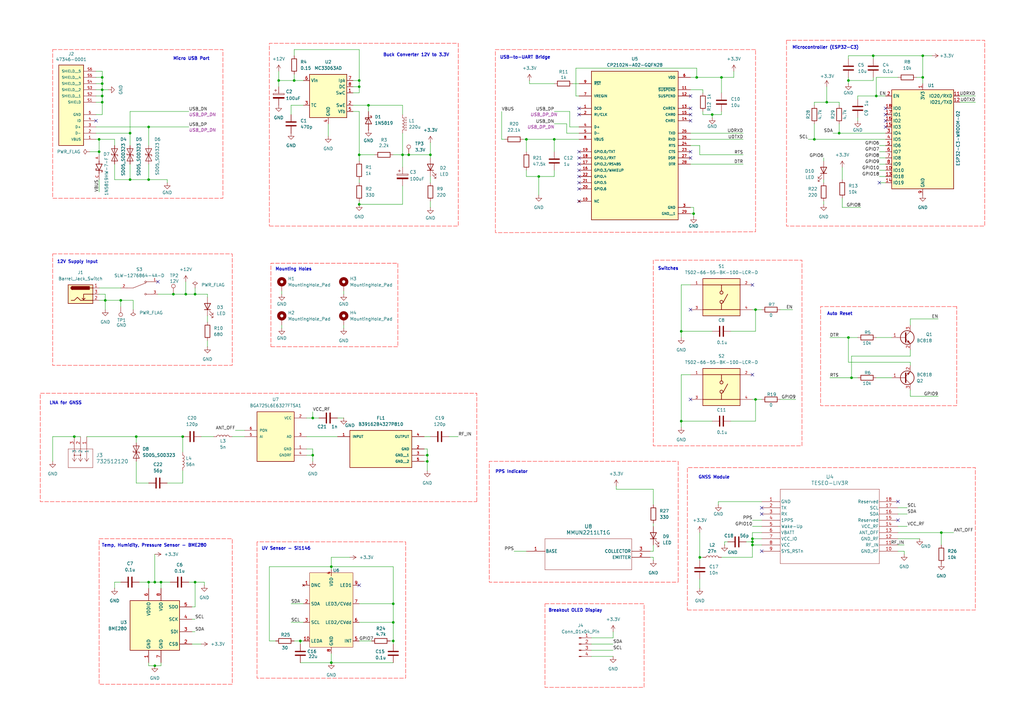
<source format=kicad_sch>
(kicad_sch (version 20250114) (generator "eeschema") (generator_version "9.0")
  (paper "A3")
  (title_block (title "EE 3330 - Weather Station Project") (date "2025-09-25") (rev "1.0") (company "Iowa State University") (comment 1 "Laith Al Sairafi, Luke Post"))
  (rectangle (start 223.52 247.65) (end 264.16 281.94) (stroke (width 0) (type dash) (color 255 4 2 1)))
  (text "Auto Reset" (at 344.424 128.778 0) (effects (font (size 1.27 1.27) (thickness 0.254) (bold yes))))
  (text "12V Supply Input" (at 31.75 107.442 0) (effects (font (size 1.27 1.27) (thickness 0.254) (bold yes))))
  (text "Switches" (at 274.066 110.236 0) (effects (font (size 1.27 1.27) (thickness 0.254) (bold yes))))
  (text "USB-to-UART Bridge" (at 215.392 23.622 0) (effects (font (size 1.27 1.27) (thickness 0.254) (bold yes))))
  (text "UV Sensor - Si1146" (at 117.348 225.044 0) (effects (font (size 1.27 1.27) (thickness 0.254) (bold yes))))
  (text "LNA for GNSS" (at 26.924 165.354 0) (effects (font (size 1.27 1.27) (thickness 0.254) (bold yes))))
  (text "GNSS Module" (at 292.862 195.834 0) (effects (font (size 1.27 1.27) (thickness 0.254) (bold yes))))
  (text "Temp, Humidity, Pressure Sensor - BME280\n" (at 63.246 223.774 0) (effects (font (size 1.27 1.27) (thickness 0.254) (bold yes))))
  (text "PPS Indicator" (at 209.804 193.548 0) (effects (font (size 1.27 1.27) (thickness 0.254) (bold yes))))
  (text "Breakout OLED Display" (at 235.966 250.444 0) (effects (font (size 1.27 1.27) (thickness 0.254) (bold yes))))
  (text "Microcontroller (ESP32-C3)" (at 338.582 19.558 0) (effects (font (size 1.27 1.27) (thickness 0.254) (bold yes))))
  (text "Buck Converter 12V to 3.3V \n" (at 171.196 22.606 0) (effects (font (size 1.27 1.27) (thickness 0.254) (bold yes))))
  (text "Micro USB Port\n\n" (at 78.486 25.146 0) (effects (font (size 1.27 1.27) (thickness 0.254) (bold yes))))
  (text "Mounting Holes" (at 120.396 110.49 0) (effects (font (size 1.27 1.27) (thickness 0.254) (bold yes))))
  (junction (at 308.61 222.25))
  (junction (at 285.75 31.75))
  (junction (at 63.5 238.76))
  (junction (at 220.98 72.39))
  (junction (at 359.41 39.37))
  (junction (at 161.29 262.89))
  (junction (at 339.09 41.91))
  (junction (at 176.53 63.5))
  (junction (at 53.34 54.61))
  (junction (at 378.46 22.86))
  (junction (at 30.48 179.07))
  (junction (at 349.25 154.94))
  (junction (at 74.93 179.07))
  (junction (at 161.29 247.65))
  (junction (at 358.14 22.86))
  (junction (at 279.4 172.72))
  (junction (at 347.98 138.43))
  (junction (at 55.88 179.07))
  (junction (at 227.33 57.15))
  (junction (at 114.3 33.02))
  (junction (at 41.91 34.29))
  (junction (at 287.02 228.6))
  (junction (at 53.34 73.66))
  (junction (at 41.91 41.91))
  (junction (at 165.1 63.5))
  (junction (at 128.27 186.69))
  (junction (at 175.26 189.23))
  (junction (at 309.88 127))
  (junction (at 309.88 163.83))
  (junction (at 49.53 123.19))
  (junction (at 41.91 39.37))
  (junction (at 41.91 36.83))
  (junction (at 80.01 238.76))
  (junction (at 76.2 120.65))
  (junction (at 41.91 31.75))
  (junction (at 308.61 220.98))
  (junction (at 344.17 54.61))
  (junction (at 66.04 238.76))
  (junction (at 135.89 232.41))
  (junction (at 378.46 31.75))
  (junction (at 175.26 186.69))
  (junction (at 43.18 123.19))
  (junction (at 123.19 262.89))
  (junction (at 60.96 238.76))
  (junction (at 215.9 57.15))
  (junction (at 71.12 120.65))
  (junction (at 147.32 83.82))
  (junction (at 151.13 43.18))
  (junction (at 334.01 57.15))
  (junction (at 279.4 135.89))
  (junction (at 292.1 46.99))
  (junction (at 40.64 57.15))
  (junction (at 284.48 87.63))
  (junction (at 147.32 35.56))
  (junction (at 80.01 120.65))
  (junction (at 147.32 33.02))
  (junction (at 161.29 255.27))
  (junction (at 60.96 73.66))
  (junction (at 128.27 171.45))
  (junction (at 120.65 33.02))
  (junction (at 386.08 218.44))
  (junction (at 167.64 63.5))
  (junction (at 135.89 271.78))
  (junction (at 295.91 31.75))
  (junction (at 40.64 62.23))
  (junction (at 347.98 33.02))
  (junction (at 60.96 52.07))
  (junction (at 147.32 63.5))
  (junction (at 308.61 223.52))
  (junction (at 63.5 273.05))
  (no_connect (at 237.49 44.45))
  (no_connect (at 283.21 49.53))
  (no_connect (at 237.49 69.85))
  (no_connect (at 147.32 240.03))
  (no_connect (at 363.22 49.53))
  (no_connect (at 308.61 116.84))
  (no_connect (at 237.49 74.93))
  (no_connect (at 237.49 62.23))
  (no_connect (at 312.42 210.82))
  (no_connect (at 283.21 46.99))
  (no_connect (at 283.21 127))
  (no_connect (at 64.77 115.57))
  (no_connect (at 368.3 213.36))
  (no_connect (at 237.49 64.77))
  (no_connect (at 368.3 205.74))
  (no_connect (at 312.42 226.06))
  (no_connect (at 237.49 67.31))
  (no_connect (at 237.49 72.39))
  (no_connect (at 237.49 77.47))
  (no_connect (at 237.49 82.55))
  (no_connect (at 283.21 39.37))
  (no_connect (at 312.42 208.28))
  (no_connect (at 360.68 74.93))
  (no_connect (at 237.49 46.99))
  (no_connect (at 283.21 163.83))
  (no_connect (at 283.21 44.45))
  (no_connect (at 39.37 49.53))
  (no_connect (at 363.22 52.07))
  (no_connect (at 308.61 153.67))
  (no_connect (at 363.22 46.99))
  (no_connect (at 363.22 44.45))
  (no_connect (at 283.21 62.23))
  (no_connect (at 283.21 64.77))
  (wire (pts (xy 135.89 267.97) (xy 135.89 271.78)))
  (wire (pts (xy 110.49 232.41) (xy 135.89 232.41)))
  (wire (pts (xy 60.96 238.76) (xy 63.5 238.76)))
  (wire (pts (xy 119.38 247.65) (xy 124.46 247.65)))
  (wire (pts (xy 360.68 74.93) (xy 363.22 74.93)))
  (wire (pts (xy 43.18 123.19) (xy 49.53 123.19)))
  (wire (pts (xy 53.34 45.72) (xy 53.34 54.61)))
  (wire (pts (xy 39.37 52.07) (xy 60.96 52.07)))
  (wire (pts (xy 344.17 54.61) (xy 363.22 54.61)))
  (wire (pts (xy 295.91 228.6) (xy 308.61 228.6)))
  (wire (pts (xy 53.34 73.66) (xy 60.96 73.66)))
  (wire (pts (xy 227.33 45.72) (xy 233.68 45.72)))
  (wire (pts (xy 95.25 179.07) (xy 100.33 179.07)))
  (wire (pts (xy 373.38 148.59) (xy 373.38 149.86)))
  (wire (pts (xy 30.48 179.07) (xy 33.02 179.07)))
  (wire (pts (xy 41.91 39.37) (xy 41.91 41.91)))
  (wire (pts (xy 368.3 218.44) (xy 386.08 218.44)))
  (wire (pts (xy 40.64 62.23) (xy 40.64 63.5)))
  (wire (pts (xy 308.61 220.98) (xy 308.61 222.25)))
  (wire (pts (xy 78.74 264.16) (xy 82.55 264.16)))
  (wire (pts (xy 135.89 232.41) (xy 161.29 232.41)))
  (wire (pts (xy 287.02 228.6) (xy 288.29 228.6)))
  (wire (pts (xy 351.79 39.37) (xy 351.79 40.64)))
  (wire (pts (xy 161.29 255.27) (xy 161.29 247.65)))
  (wire (pts (xy 46.99 57.15) (xy 46.99 59.69)))
  (wire (pts (xy 175.26 189.23) (xy 175.26 193.04)))
  (wire (pts (xy 80.01 120.65) (xy 85.09 120.65)))
  (wire (pts (xy 39.37 54.61) (xy 53.34 54.61)))
  (wire (pts (xy 119.38 46.99) (xy 119.38 43.18)))
  (wire (pts (xy 267.97 226.06) (xy 267.97 223.52)))
  (wire (pts (xy 43.18 123.19) (xy 43.18 127)))
  (wire (pts (xy 368.3 210.82) (xy 372.11 210.82)))
  (wire (pts (xy 55.88 198.12) (xy 55.88 189.23)))
  (wire (pts (xy 308.61 213.36) (xy 312.42 213.36)))
  (wire (pts (xy 358.14 22.86) (xy 378.46 22.86)))
  (wire (pts (xy 175.26 186.69) (xy 175.26 189.23)))
  (wire (pts (xy 167.64 63.5) (xy 176.53 63.5)))
  (wire (pts (xy 120.65 262.89) (xy 123.19 262.89)))
  (wire (pts (xy 279.4 135.89) (xy 279.4 138.43)))
  (wire (pts (xy 360.68 72.39) (xy 363.22 72.39)))
  (wire (pts (xy 165.1 63.5) (xy 167.64 63.5)))
  (wire (pts (xy 176.53 82.55) (xy 176.53 85.09)))
  (wire (pts (xy 347.98 22.86) (xy 347.98 24.13)))
  (wire (pts (xy 125.73 186.69) (xy 128.27 186.69)))
  (wire (pts (xy 345.44 85.09) (xy 345.44 81.28)))
  (wire (pts (xy 128.27 171.45) (xy 130.81 171.45)))
  (wire (pts (xy 360.68 62.23) (xy 363.22 62.23)))
  (wire (pts (xy 359.41 138.43) (xy 365.76 138.43)))
  (wire (pts (xy 217.17 34.29) (xy 227.33 34.29)))
  (wire (pts (xy 140.97 120.65) (xy 140.97 119.38)))
  (wire (pts (xy 308.61 163.83) (xy 309.88 163.83)))
  (wire (pts (xy 299.72 135.89) (xy 309.88 135.89)))
  (wire (pts (xy 279.4 172.72) (xy 279.4 175.26)))
  (wire (pts (xy 119.38 255.27) (xy 124.46 255.27)))
  (wire (pts (xy 60.96 238.76) (xy 57.15 238.76)))
  (wire (pts (xy 373.38 160.02) (xy 373.38 162.56)))
  (wire (pts (xy 236.22 39.37) (xy 237.49 39.37)))
  (wire (pts (xy 284.48 85.09) (xy 283.21 85.09)))
  (wire (pts (xy 349.25 146.05) (xy 349.25 154.94)))
  (wire (pts (xy 76.2 115.57) (xy 76.2 120.65)))
  (wire (pts (xy 41.91 36.83) (xy 44.45 36.83)))
  (wire (pts (xy 283.21 36.83) (xy 288.29 36.83)))
  (wire (pts (xy 233.68 45.72) (xy 233.68 52.07)))
  (wire (pts (xy 40.64 73.66) (xy 40.64 78.74)))
  (wire (pts (xy 368.3 220.98) (xy 377.19 220.98)))
  (wire (pts (xy 279.4 172.72) (xy 292.1 172.72)))
  (wire (pts (xy 125.73 179.07) (xy 138.43 179.07)))
  (wire (pts (xy 294.64 207.01) (xy 294.64 205.74)))
  (wire (pts (xy 85.09 139.7) (xy 85.09 142.24)))
  (wire (pts (xy 214.63 57.15) (xy 215.9 57.15)))
  (wire (pts (xy 308.61 223.52) (xy 312.42 223.52)))
  (wire (pts (xy 287.02 228.6) (xy 287.02 229.87)))
  (wire (pts (xy 299.72 172.72) (xy 309.88 172.72)))
  (wire (pts (xy 49.53 123.19) (xy 54.61 123.19)))
  (wire (pts (xy 373.38 130.81) (xy 373.38 133.35)))
  (wire (pts (xy 227.33 57.15) (xy 227.33 62.23)))
  (wire (pts (xy 358.14 22.86) (xy 358.14 24.13)))
  (wire (pts (xy 297.18 222.25) (xy 297.18 223.52)))
  (wire (pts (xy 344.17 50.8) (xy 344.17 54.61)))
  (wire (pts (xy 232.41 54.61) (xy 237.49 54.61)))
  (wire (pts (xy 386.08 218.44) (xy 386.08 223.52)))
  (wire (pts (xy 227.33 72.39) (xy 227.33 69.85)))
  (wire (pts (xy 347.98 34.29) (xy 347.98 33.02)))
  (wire (pts (xy 60.96 67.31) (xy 60.96 73.66)))
  (wire (pts (xy 233.68 52.07) (xy 237.49 52.07)))
  (wire (pts (xy 85.09 120.65) (xy 85.09 121.92)))
  (wire (pts (xy 334.01 50.8) (xy 334.01 57.15)))
  (wire (pts (xy 144.78 33.02) (xy 147.32 33.02)))
  (wire (pts (xy 144.78 43.18) (xy 151.13 43.18)))
  (wire (pts (xy 60.96 52.07) (xy 60.96 59.69)))
  (wire (pts (xy 279.4 116.84) (xy 279.4 135.89)))
  (wire (pts (xy 227.33 50.8) (xy 232.41 50.8)))
  (wire (pts (xy 39.37 46.99) (xy 41.91 46.99)))
  (wire (pts (xy 285.75 31.75) (xy 295.91 31.75)))
  (wire (pts (xy 41.91 31.75) (xy 41.91 29.21)))
  (wire (pts (xy 215.9 57.15) (xy 227.33 57.15)))
  (wire (pts (xy 76.2 120.65) (xy 80.01 120.65)))
  (wire (pts (xy 368.3 208.28) (xy 372.11 208.28)))
  (wire (pts (xy 40.64 123.19) (xy 43.18 123.19)))
  (wire (pts (xy 236.22 27.94) (xy 285.75 27.94)))
  (wire (pts (xy 40.64 118.11) (xy 49.53 118.11)))
  (wire (pts (xy 375.92 31.75) (xy 378.46 31.75)))
  (wire (pts (xy 147.32 247.65) (xy 161.29 247.65)))
  (wire (pts (xy 288.29 46.99) (xy 292.1 46.99)))
  (wire (pts (xy 96.52 176.53) (xy 100.33 176.53)))
  (wire (pts (xy 266.7 228.6) (xy 267.97 228.6)))
  (wire (pts (xy 373.38 148.59) (xy 347.98 148.59)))
  (wire (pts (xy 234.95 34.29) (xy 237.49 34.29)))
  (wire (pts (xy 55.88 179.07) (xy 74.93 179.07)))
  (wire (pts (xy 135.89 271.78) (xy 161.29 271.78)))
  (wire (pts (xy 266.7 226.06) (xy 267.97 226.06)))
  (wire (pts (xy 78.74 259.08) (xy 80.01 259.08)))
  (wire (pts (xy 39.37 36.83) (xy 41.91 36.83)))
  (wire (pts (xy 287.02 237.49) (xy 287.02 241.3)))
  (wire (pts (xy 135.89 228.6) (xy 143.51 228.6)))
  (wire (pts (xy 308.61 127) (xy 309.88 127)))
  (wire (pts (xy 41.91 39.37) (xy 41.91 36.83)))
  (wire (pts (xy 55.88 179.07) (xy 55.88 181.61)))
  (wire (pts (xy 173.99 189.23) (xy 175.26 189.23)))
  (wire (pts (xy 53.34 45.72) (xy 77.47 45.72)))
  (wire (pts (xy 147.32 45.72) (xy 144.78 45.72)))
  (wire (pts (xy 340.36 154.94) (xy 349.25 154.94)))
  (wire (pts (xy 331.47 57.15) (xy 334.01 57.15)))
  (wire (pts (xy 120.65 20.32) (xy 147.32 20.32)))
  (wire (pts (xy 173.99 186.69) (xy 175.26 186.69)))
  (wire (pts (xy 284.48 85.09) (xy 284.48 87.63)))
  (wire (pts (xy 144.78 35.56) (xy 147.32 35.56)))
  (wire (pts (xy 292.1 46.99) (xy 295.91 46.99)))
  (wire (pts (xy 120.65 20.32) (xy 120.65 22.86)))
  (wire (pts (xy 337.82 73.66) (xy 337.82 74.93)))
  (wire (pts (xy 294.64 205.74) (xy 312.42 205.74)))
  (wire (pts (xy 184.15 179.07) (xy 187.96 179.07)))
  (wire (pts (xy 393.7 39.37) (xy 400.05 39.37)))
  (wire (pts (xy 161.29 247.65) (xy 161.29 232.41)))
  (wire (pts (xy 80.01 118.11) (xy 80.01 120.65)))
  (wire (pts (xy 360.68 69.85) (xy 363.22 69.85)))
  (wire (pts (xy 337.82 82.55) (xy 337.82 83.82)))
  (wire (pts (xy 123.19 271.78) (xy 135.89 271.78)))
  (wire (pts (xy 295.91 31.75) (xy 300.99 31.75)))
  (wire (pts (xy 386.08 218.44) (xy 391.16 218.44)))
  (wire (pts (xy 176.53 64.77) (xy 176.53 63.5)))
  (wire (pts (xy 300.99 31.75) (xy 300.99 29.21)))
  (wire (pts (xy 373.38 162.56) (xy 384.81 162.56)))
  (wire (pts (xy 378.46 22.86) (xy 382.27 22.86)))
  (wire (pts (xy 60.96 271.78) (xy 60.96 273.05)))
  (wire (pts (xy 312.42 220.98) (xy 308.61 220.98)))
  (wire (pts (xy 40.64 120.65) (xy 43.18 120.65)))
  (wire (pts (xy 147.32 33.02) (xy 147.32 35.56)))
  (wire (pts (xy 283.21 67.31) (xy 304.8 67.31)))
  (wire (pts (xy 298.45 222.25) (xy 297.18 222.25)))
  (wire (pts (xy 165.1 46.99) (xy 165.1 43.18)))
  (wire (pts (xy 284.48 87.63) (xy 283.21 87.63)))
  (wire (pts (xy 341.63 54.61) (xy 344.17 54.61)))
  (wire (pts (xy 135.89 228.6) (xy 135.89 232.41)))
  (wire (pts (xy 147.32 45.72) (xy 147.32 63.5)))
  (wire (pts (xy 334.01 41.91) (xy 339.09 41.91)))
  (wire (pts (xy 360.68 67.31) (xy 363.22 67.31)))
  (wire (pts (xy 40.64 57.15) (xy 46.99 57.15)))
  (wire (pts (xy 308.61 222.25) (xy 308.61 223.52)))
  (wire (pts (xy 267.97 228.6) (xy 267.97 229.87)))
  (wire (pts (xy 283.21 57.15) (xy 304.8 57.15)))
  (wire (pts (xy 232.41 50.8) (xy 232.41 54.61)))
  (wire (pts (xy 349.25 154.94) (xy 351.79 154.94)))
  (wire (pts (xy 60.96 238.76) (xy 60.96 241.3)))
  (wire (pts (xy 165.1 83.82) (xy 147.32 83.82)))
  (wire (pts (xy 308.61 228.6) (xy 308.61 223.52)))
  (wire (pts (xy 46.99 238.76) (xy 46.99 241.3)))
  (wire (pts (xy 46.99 67.31) (xy 46.99 73.66)))
  (wire (pts (xy 373.38 130.81) (xy 384.81 130.81)))
  (wire (pts (xy 39.37 41.91) (xy 41.91 41.91)))
  (wire (pts (xy 151.13 45.72) (xy 151.13 43.18)))
  (wire (pts (xy 359.41 154.94) (xy 365.76 154.94)))
  (wire (pts (xy 123.19 262.89) (xy 123.19 264.16)))
  (wire (pts (xy 36.83 62.23) (xy 40.64 62.23)))
  (wire (pts (xy 252.73 199.39) (xy 252.73 200.66)))
  (wire (pts (xy 80.01 238.76) (xy 83.82 238.76)))
  (wire (pts (xy 85.09 129.54) (xy 85.09 132.08)))
  (wire (pts (xy 283.21 59.69) (xy 287.02 59.69)))
  (wire (pts (xy 138.43 171.45) (xy 140.97 171.45)))
  (wire (pts (xy 205.74 45.72) (xy 205.74 57.15)))
  (wire (pts (xy 359.41 39.37) (xy 363.22 39.37)))
  (wire (pts (xy 21.59 179.07) (xy 21.59 189.23)))
  (wire (pts (xy 358.14 22.86) (xy 347.98 22.86)))
  (wire (pts (xy 176.53 58.42) (xy 176.53 63.5)))
  (wire (pts (xy 147.32 20.32) (xy 147.32 33.02)))
  (wire (pts (xy 373.38 146.05) (xy 349.25 146.05)))
  (wire (pts (xy 368.3 215.9) (xy 372.11 215.9)))
  (wire (pts (xy 147.32 262.89) (xy 152.4 262.89)))
  (wire (pts (xy 339.09 35.56) (xy 339.09 41.91)))
  (wire (pts (xy 220.98 72.39) (xy 220.98 80.01)))
  (wire (pts (xy 39.37 29.21) (xy 41.91 29.21)))
  (wire (pts (xy 68.58 198.12) (xy 74.93 198.12)))
  (wire (pts (xy 351.79 39.37) (xy 359.41 39.37)))
  (wire (pts (xy 161.29 262.89) (xy 160.02 262.89)))
  (wire (pts (xy 320.04 127) (xy 325.12 127)))
  (wire (pts (xy 279.4 135.89) (xy 292.1 135.89)))
  (wire (pts (xy 78.74 254) (xy 80.01 254)))
  (wire (pts (xy 227.33 57.15) (xy 237.49 57.15)))
  (wire (pts (xy 347.98 148.59) (xy 347.98 138.43)))
  (wire (pts (xy 358.14 33.02) (xy 358.14 31.75)))
  (wire (pts (xy 175.26 184.15) (xy 175.26 186.69)))
  (wire (pts (xy 312.42 218.44) (xy 308.61 218.44)))
  (wire (pts (xy 368.3 223.52) (xy 370.84 223.52)))
  (wire (pts (xy 309.88 135.89) (xy 309.88 127)))
  (wire (pts (xy 46.99 73.66) (xy 53.34 73.66)))
  (wire (pts (xy 279.4 116.84) (xy 283.21 116.84)))
  (wire (pts (xy 54.61 127) (xy 54.61 123.19)))
  (wire (pts (xy 39.37 39.37) (xy 41.91 39.37)))
  (wire (pts (xy 393.7 41.91) (xy 400.05 41.91)))
  (wire (pts (xy 39.37 57.15) (xy 40.64 57.15)))
  (wire (pts (xy 147.32 255.27) (xy 161.29 255.27)))
  (wire (pts (xy 368.3 226.06) (xy 370.84 226.06)))
  (wire (pts (xy 287.02 63.5) (xy 304.8 63.5)))
  (wire (pts (xy 41.91 31.75) (xy 41.91 34.29)))
  (wire (pts (xy 309.88 172.72) (xy 309.88 163.83)))
  (wire (pts (xy 114.3 29.21) (xy 114.3 33.02)))
  (wire (pts (xy 370.84 226.06) (xy 370.84 227.33)))
  (wire (pts (xy 115.57 133.35) (xy 115.57 134.62)))
  (wire (pts (xy 128.27 168.91) (xy 128.27 171.45)))
  (wire (pts (xy 339.09 41.91) (xy 344.17 41.91)))
  (wire (pts (xy 378.46 34.29) (xy 378.46 31.75)))
  (wire (pts (xy 60.96 198.12) (xy 55.88 198.12)))
  (wire (pts (xy 165.1 54.61) (xy 165.1 63.5)))
  (wire (pts (xy 110.49 262.89) (xy 110.49 232.41)))
  (wire (pts (xy 119.38 43.18) (xy 124.46 43.18)))
  (wire (pts (xy 295.91 46.99) (xy 295.91 45.72)))
  (wire (pts (xy 312.42 127) (xy 309.88 127)))
  (wire (pts (xy 134.62 50.8) (xy 134.62 55.88)))
  (wire (pts (xy 53.34 54.61) (xy 53.34 59.69)))
  (wire (pts (xy 308.61 215.9) (xy 312.42 215.9)))
  (wire (pts (xy 147.32 63.5) (xy 153.67 63.5)))
  (wire (pts (xy 279.4 153.67) (xy 279.4 172.72)))
  (wire (pts (xy 360.68 59.69) (xy 363.22 59.69)))
  (wire (pts (xy 43.18 120.65) (xy 43.18 123.19)))
  (wire (pts (xy 60.96 52.07) (xy 77.47 52.07)))
  (wire (pts (xy 114.3 33.02) (xy 114.3 35.56)))
  (wire (pts (xy 63.5 273.05) (xy 60.96 273.05)))
  (wire (pts (xy 215.9 57.15) (xy 215.9 62.23)))
  (wire (pts (xy 66.04 238.76) (xy 66.04 241.3)))
  (wire (pts (xy 359.41 31.75) (xy 359.41 39.37)))
  (wire (pts (xy 124.46 33.02) (xy 120.65 33.02)))
  (wire (pts (xy 320.04 163.83) (xy 326.39 163.83)))
  (wire (pts (xy 125.73 184.15) (xy 128.27 184.15)))
  (wire (pts (xy 242.57 266.7) (xy 251.46 266.7)))
  (wire (pts (xy 74.93 198.12) (xy 74.93 193.04)))
  (wire (pts (xy 353.06 85.09) (xy 345.44 85.09)))
  (wire (pts (xy 242.57 264.16) (xy 251.46 264.16)))
  (wire (pts (xy 215.9 72.39) (xy 220.98 72.39)))
  (wire (pts (xy 347.98 33.02) (xy 347.98 31.75)))
  (wire (pts (xy 49.53 238.76) (xy 46.99 238.76)))
  (wire (pts (xy 41.91 46.99) (xy 41.91 41.91)))
  (wire (pts (xy 39.37 34.29) (xy 41.91 34.29)))
  (wire (pts (xy 236.22 27.94) (xy 236.22 39.37)))
  (wire (pts (xy 21.59 179.07) (xy 30.48 179.07)))
  (wire (pts (xy 147.32 82.55) (xy 147.32 83.82)))
  (wire (pts (xy 71.12 120.65) (xy 76.2 120.65)))
  (wire (pts (xy 308.61 218.44) (xy 308.61 220.98)))
  (wire (pts (xy 205.74 57.15) (xy 207.01 57.15)))
  (wire (pts (xy 283.21 54.61) (xy 304.8 54.61)))
  (wire (pts (xy 345.44 68.58) (xy 345.44 73.66)))
  (wire (pts (xy 283.21 31.75) (xy 285.75 31.75)))
  (wire (pts (xy 165.1 76.2) (xy 165.1 83.82)))
  (wire (pts (xy 60.96 73.66) (xy 68.58 73.66)))
  (wire (pts (xy 140.97 134.62) (xy 140.97 133.35)))
  (wire (pts (xy 74.93 179.07) (xy 74.93 185.42)))
  (wire (pts (xy 128.27 184.15) (xy 128.27 186.69)))
  (wire (pts (xy 251.46 259.08) (xy 251.46 261.62)))
  (wire (pts (xy 40.64 57.15) (xy 40.64 62.23)))
  (wire (pts (xy 312.42 163.83) (xy 309.88 163.83)))
  (wire (pts (xy 292.1 46.99) (xy 292.1 48.26)))
  (wire (pts (xy 220.98 72.39) (xy 227.33 72.39)))
  (wire (pts (xy 334.01 41.91) (xy 334.01 43.18)))
  (wire (pts (xy 147.32 35.56) (xy 147.32 38.1)))
  (wire (pts (xy 66.04 271.78) (xy 66.04 273.05)))
  (wire (pts (xy 378.46 31.75) (xy 378.46 22.86)))
  (wire (pts (xy 215.9 72.39) (xy 215.9 69.85)))
  (wire (pts (xy 340.36 138.43) (xy 347.98 138.43)))
  (wire (pts (xy 41.91 36.83) (xy 41.91 34.29)))
  (wire (pts (xy 147.32 38.1) (xy 144.78 38.1)))
  (wire (pts (xy 66.04 273.05) (xy 63.5 273.05)))
  (wire (pts (xy 295.91 31.75) (xy 295.91 38.1)))
  (wire (pts (xy 80.01 238.76) (xy 80.01 248.92)))
  (wire (pts (xy 373.38 143.51) (xy 373.38 146.05)))
  (wire (pts (xy 123.19 262.89) (xy 124.46 262.89)))
  (wire (pts (xy 63.5 227.33) (xy 63.5 238.76)))
  (wire (pts (xy 82.55 179.07) (xy 87.63 179.07)))
  (wire (pts (xy 64.77 120.65) (xy 71.12 120.65)))
  (wire (pts (xy 279.4 153.67) (xy 283.21 153.67)))
  (wire (pts (xy 114.3 33.02) (xy 120.65 33.02)))
  (wire (pts (xy 173.99 184.15) (xy 175.26 184.15)))
  (wire (pts (xy 135.89 232.41) (xy 135.89 233.68)))
  (wire (pts (xy 210.82 226.06) (xy 215.9 226.06)))
  (wire (pts (xy 53.34 67.31) (xy 53.34 73.66)))
  (wire (pts (xy 176.53 74.93) (xy 176.53 72.39)))
  (wire (pts (xy 83.82 238.76) (xy 83.82 240.03)))
  (wire (pts (xy 151.13 43.18) (xy 165.1 43.18)))
  (wire (pts (xy 337.82 64.77) (xy 337.82 66.04)))
  (wire (pts (xy 344.17 41.91) (xy 344.17 43.18)))
  (wire (pts (xy 63.5 238.76) (xy 66.04 238.76)))
  (wire (pts (xy 161.29 255.27) (xy 161.29 262.89)))
  (wire (pts (xy 125.73 171.45) (xy 128.27 171.45)))
  (wire (pts (xy 66.04 238.76) (xy 69.85 238.76)))
  (wire (pts (xy 252.73 200.66) (xy 267.97 200.66)))
  (wire (pts (xy 242.57 269.24) (xy 251.46 269.24)))
  (wire (pts (xy 351.79 49.53) (xy 351.79 48.26)))
  (wire (pts (xy 165.1 68.58) (xy 165.1 63.5)))
  (wire (pts (xy 35.56 179.07) (xy 55.88 179.07)))
  (wire (pts (xy 334.01 57.15) (xy 363.22 57.15)))
  (wire (pts (xy 267.97 200.66) (xy 267.97 207.01)))
  (wire (pts (xy 161.29 262.89) (xy 161.29 264.16)))
  (wire (pts (xy 217.17 33.02) (xy 217.17 34.29)))
  (wire (pts (xy 288.29 45.72) (xy 288.29 46.99)))
  (wire (pts (xy 128.27 186.69) (xy 128.27 189.23)))
  (wire (pts (xy 49.53 123.19) (xy 49.53 125.73)))
  (wire (pts (xy 368.3 31.75) (xy 359.41 31.75)))
  (wire (pts (xy 267.97 214.63) (xy 267.97 215.9)))
  (wire (pts (xy 287.02 218.44) (xy 287.02 228.6)))
  (wire (pts (xy 165.1 63.5) (xy 161.29 63.5)))
  (wire (pts (xy 242.57 261.62) (xy 251.46 261.62)))
  (wire (pts (xy 284.48 87.63) (xy 284.48 88.9)))
  (wire (pts (xy 360.68 64.77) (xy 363.22 64.77)))
  (wire (pts (xy 173.99 179.07) (xy 176.53 179.07)))
  (wire (pts (xy 287.02 59.69) (xy 287.02 63.5)))
  (wire (pts (xy 147.32 73.66) (xy 147.32 74.93)))
  (wire (pts (xy 120.65 33.02) (xy 120.65 30.48)))
  (wire (pts (xy 288.29 36.83) (xy 288.29 38.1)))
  (wire (pts (xy 77.47 238.76) (xy 80.01 238.76)))
  (wire (pts (xy 80.01 248.92) (xy 78.74 248.92)))
  (wire (pts (xy 39.37 31.75) (xy 41.91 31.75)))
  (wire (pts (xy 285.75 27.94) (xy 285.75 31.75)))
  (wire (pts (xy 115.57 120.65) (xy 115.57 119.38)))
  (wire (pts (xy 347.98 33.02) (xy 358.14 33.02)))
  (wire (pts (xy 147.32 63.5) (xy 147.32 66.04)))
  (wire (pts (xy 306.07 222.25) (xy 308.61 222.25)))
  (wire (pts (xy 110.49 262.89) (xy 113.03 262.89)))
  (wire (pts (xy 347.98 138.43) (xy 351.79 138.43)))
  (wire (pts (xy 68.58 74.93) (xy 68.58 73.66)))
  (label "ANT_OFF" (at 96.52 176.53 180))
  (label "USB_DP" (at 227.33 45.72 180) (property "Netclass" "USB_DP_DN" (at 228.6 46.99 0) (effects (font (italic yes)) (justify right))))
  (label "VBUS" (at 205.74 45.72 0))
  (label "GPIO6" (at 360.68 59.69 180))
  (label "RF_IN" (at 370.84 223.52 180))
  (label "GPIO9" (at 360.68 67.31 180))
  (label "GPIO18" (at 360.68 72.39 180))
  (label "GPIO9" (at 326.39 163.83 180))
  (label "USB_DN" (at 227.33 50.8 180) (property "Netclass" "USB_DP_DN" (at 227.33 52.07 0) (effects (font (italic yes)) (justify right))))
  (label "U0RXD" (at 304.8 54.61 180))
  (label "GPIO10" (at 308.61 215.9 180))
  (label "RTS" (at 340.36 154.94 0))
  (label "VBUS" (at 40.64 78.74 90))
  (label "SCL" (at 251.46 266.7 0))
  (label "RTS" (at 304.8 63.5 180))
  (label "PPS" (at 308.61 213.36 180))
  (label "USB_DN" (at 77.47 45.72 0) (property "Netclass" "USB_DP_DN" (at 77.47 46.99 0) (effects (font (italic yes)) (justify left))))
  (label "SCL" (at 331.47 57.15 180))
  (label "U0TXD" (at 400.05 41.91 180))
  (label "U0TXD" (at 304.8 57.15 180))
  (label "U0RXD" (at 400.05 39.37 180))
  (label "SCL" (at 372.11 208.28 0))
  (label "GPIO8" (at 353.06 85.09 180))
  (label "GPIO6" (at 337.82 64.77 180))
  (label "PPS" (at 210.82 226.06 180))
  (label "DTR" (at 304.8 67.31 180))
  (label "VCC_RF" (at 128.27 168.91 0))
  (label "SDA" (at 341.63 54.61 180))
  (label "GPIO8" (at 360.68 64.77 180))
  (label "SCL" (at 80.01 254 0))
  (label "SCL" (at 119.38 255.27 0))
  (label "EN" (at 384.81 130.81 180))
  (label "EN" (at 360.68 39.37 0))
  (label "GPIO7" (at 360.68 62.23 180))
  (label "ANT_OFF" (at 391.16 218.44 0))
  (label "SDA" (at 372.11 210.82 0))
  (label "EN" (at 325.12 127 180))
  (label "SDA" (at 251.46 264.16 0))
  (label "GPIO7" (at 147.32 262.89 0))
  (label "GPIO9" (at 384.81 162.56 180))
  (label "SDA" (at 119.38 247.65 0))
  (label "RF_IN" (at 187.96 179.07 0))
  (label "USB_DP" (at 77.47 52.07 0) (property "Netclass" "USB_DP_DN" (at 77.47 53.34 0) (effects (font (italic yes)) (justify left))))
  (label "DTR" (at 340.36 138.43 0))
  (label "SDA" (at 80.01 259.08 0))
  (label "VCC_RF" (at 372.11 215.9 0))
  (label "GPIO10" (at 360.68 69.85 180))
  (rule_area (polyline (pts (xy 40.64 220.98) (xy 95.25 220.98) (xy 95.25 280.67) (xy 40.64 280.67)) (stroke (width 0) (type dash))))
  (rule_area (polyline (pts (xy 278.13 238.76) (xy 278.13 189.23) (xy 200.66 189.23) (xy 200.66 238.76)) (stroke (width 0) (type dash))))
  (rule_area (polyline (pts (xy 392.43 125.73) (xy 336.55 125.73) (xy 336.55 166.37) (xy 392.43 166.37)) (stroke (width 0) (type dash))))
  (rule_area (polyline (pts (xy 21.59 104.14) (xy 95.25 104.14) (xy 95.25 149.86) (xy 21.59 149.86)) (stroke (width 0) (type dash))))
  (rule_area (polyline (pts (xy 21.59 20.32) (xy 91.44 20.32) (xy 91.44 81.28) (xy 21.59 81.28)) (stroke (width 0) (type dash))))
  (rule_area (polyline (pts (xy 267.97 106.68) (xy 267.97 182.88) (xy 328.93 182.88) (xy 328.93 106.68)) (stroke (width 0) (type dash))))
  (rule_area (polyline (pts (xy 111.125 142.24) (xy 163.195 142.24) (xy 163.195 107.95) (xy 111.125 107.95)) (stroke (width 0) (type dash))))
  (rule_area (polyline (pts (xy 195.58 205.74) (xy 195.58 161.29) (xy 16.51 161.29) (xy 16.51 205.74)) (stroke (width 0) (type dash))))
  (rule_area (polyline (pts (xy 309.88 20.32) (xy 203.2 20.32) (xy 203.2 95.4087) (xy 309.88 95.0913)) (stroke (width 0) (type dash))))
  (rule_area (polyline (pts (xy 281.94 250.19) (xy 400.05 250.19) (xy 400.05 191.77) (xy 281.94 191.77)) (stroke (width 0) (type dash))))
  (rule_area (polyline (pts (xy 110.49 92.71) (xy 187.96 92.71) (xy 187.96 17.78) (xy 110.49 17.78)) (stroke (width 0) (type dash))))
  (rule_area (polyline (pts (xy 105.41 222.25) (xy 105.41 278.13) (xy 166.37 278.13) (xy 166.37 222.25)) (stroke (width 0) (type dash))))
  (rule_area (polyline (pts (xy 322.58 16.51) (xy 322.58 92.71) (xy 403.86 92.71) (xy 403.86 16.51)) (stroke (width 0) (type dash))))
  (symbol (lib_id "Device:R") (at 231.14 34.29 90) (unit 1)
    (property "Reference" "R11" (at 231.14 29.464 90))
    (property "Value" "1k" (at 231.14 31.75 90))
    (property "Footprint" "Resistor_SMD:R_0805_2012Metric_Pad1.20x1.40mm_HandSolder" (effects (hide yes)))
    (property "Description" "Resistor" (effects (hide yes)))
  )
  (symbol (lib_id "power:+3.3V") (at 63.5 227.33 270) (unit 1)
    (property "Reference" "#PWR029" (effects (hide yes)))
    (property "Value" "+3.3V" (at 67.31 227.3299 90) (effects (justify left)))
    (property "Description" "Power symbol creates a global label with name \"+3.3V\"" (effects (hide yes)))
  )
  (symbol (lib_id "Device:L") (at 74.93 189.23 0) (unit 1)
    (property "Reference" "L4" (at 76.2 187.9599 0) (effects (justify left)))
    (property "Value" "56n" (at 76.2 190.4999 0) (effects (justify left)))
    (property "Footprint" "Inductor_SMD:L_0402_1005Metric_Pad0.77x0.64mm_HandSolder" (effects (hide yes)))
    (property "Description" "Inductor" (effects (hide yes)))
  )
  (symbol (lib_id "Mechanical:MountingHole_Pad") (at 140.97 130.81 0) (unit 1) (in_bom no)
    (property "Reference" "H4" (at 143.51 128.2699 0) (effects (justify left)))
    (property "Value" "MountingHole_Pad" (at 143.51 130.8099 0) (effects (justify left)))
    (property "Footprint" "MountingHole:MountingHole_3.2mm_M3_ISO7380_Pad_TopBottom" (effects (hide yes)))
    (property "Description" "Mounting Hole with connection" (effects (hide yes)))
  )
  (symbol (lib_id "Device:R") (at 85.09 135.89 0) (unit 1)
    (property "Reference" "R10" (at 87.63 134.6199 0) (effects (justify left)))
    (property "Value" "680" (at 87.63 137.1599 0) (effects (justify left)))
    (property "Footprint" "Resistor_SMD:R_0805_2012Metric_Pad1.20x1.40mm_HandSolder" (effects (hide yes)))
    (property "Description" "Resistor" (effects (hide yes)))
  )
  (symbol (lib_id "Connector:Barrel_Jack_Switch") (at 33.02 120.65 0) (unit 1)
    (property "Reference" "J1" (at 33.02 111.76 0))
    (property "Value" "Barrel_Jack_Switch" (at 33.02 114.3 0))
    (property "Footprint" "Connector_BarrelJack:BarrelJack_Horizontal" (effects (hide yes)))
    (property "Description" "DC Barrel Jack with an internal switch" (effects (hide yes)))
  )
  (symbol (lib_id "power:GND") (at 279.4 175.26 0) (unit 1)
    (property "Reference" "#PWR025" (effects (hide yes)))
    (property "Value" "GND" (at 279.4 180.34 0))
    (property "Description" "Power symbol creates a global label with name \"GND\" , ground" (effects (hide yes)))
  )
  (symbol (lib_id "power:GND") (at 279.4 138.43 0) (unit 1)
    (property "Reference" "#PWR015" (effects (hide yes)))
    (property "Value" "GND" (at 279.4 143.51 0))
    (property "Description" "Power symbol creates a global label with name \"GND\" , ground" (effects (hide yes)))
  )
  (symbol (lib_id "Device:R") (at 337.82 78.74 0) (mirror y) (unit 1)
    (property "Reference" "R22" (at 335.28 77.4699 0) (effects (justify left)))
    (property "Value" "220" (at 335.28 80.0099 0) (effects (justify left)))
    (property "Footprint" "Resistor_SMD:R_0805_2012Metric_Pad1.20x1.40mm_HandSolder" (effects (hide yes)))
    (property "Description" "Resistor" (effects (hide yes)))
  )
  (symbol (lib_id "power:PWR_FLAG") (at 36.83 62.23 90) (unit 1)
    (property "Reference" "#FLG04" (effects (hide yes)))
    (property "Value" "PWR_FLAG" (at 33.02 62.2299 90) (effects (justify left)))
    (property "Description" "Special symbol for telling ERC where power comes from" (effects (hide yes)))
  )
  (symbol (lib_id "Device:R") (at 355.6 154.94 90) (unit 1)
    (property "Reference" "R6" (at 355.854 152.908 90))
    (property "Value" "10k" (at 355.6 157.226 90))
    (property "Footprint" "Resistor_SMD:R_0805_2012Metric_Pad1.20x1.40mm_HandSolder" (effects (hide yes)))
    (property "Description" "Resistor" (effects (hide yes)))
  )
  (symbol (lib_id "Device:C") (at 123.19 267.97 0) (unit 1)
    (property "Reference" "C16" (at 125.984 267.208 0) (effects (justify left)))
    (property "Value" "22u" (at 126.492 269.24 0) (effects (justify left)))
    (property "Footprint" "Capacitor_SMD:C_0805_2012Metric_Pad1.18x1.45mm_HandSolder" (effects (hide yes)))
    (property "Description" "Unpolarized capacitor" (effects (hide yes)))
  )
  (symbol (lib_id "TS02-66-55-BK-100-LCR-D:TS02-66-55-BK-100-LCR-D") (at 295.91 158.75 0) (unit 1)
    (property "Reference" "S2" (at 295.91 146.05 0))
    (property "Value" "TS02-66-55-BK-100-LCR-D" (at 295.91 148.59 0))
    (property "Footprint" "TS02_66_55_BK_100_LCR_D:SW_TS02-66-55-BK-100-LCR-D" (effects (hide yes)))
    (property "PARTREV" "1.0" (effects (hide yes)))
    (property "MANUFACTURER" "CUI Devices" (effects (hide yes)))
    (property "STANDARD" "Manufacturer Recommendations" (effects (hide yes)))
  )
  (symbol (lib_id "Device:C") (at 134.62 171.45 90) (unit 1)
    (property "Reference" "C21" (at 132.08 175.006 90))
    (property "Value" "1n" (at 137.16 175.006 90))
    (property "Footprint" "Capacitor_SMD:C_0402_1005Metric_Pad0.74x0.62mm_HandSolder" (effects (hide yes)))
    (property "Description" "Unpolarized capacitor" (effects (hide yes)))
  )
  (symbol (lib_id "power:GND") (at 85.09 142.24 0) (unit 1)
    (property "Reference" "#PWR022" (effects (hide yes)))
    (property "Value" "GND" (at 85.09 147.32 0))
    (property "Description" "Power symbol creates a global label with name \"GND\" , ground" (effects (hide yes)))
  )
  (symbol (lib_id "Device:C") (at 227.33 66.04 0) (unit 1)
    (property "Reference" "C12" (at 231.14 64.7699 0) (effects (justify left)))
    (property "Value" "1u" (at 231.14 67.3099 0) (effects (justify left)))
    (property "Footprint" "Capacitor_SMD:C_0805_2012Metric_Pad1.18x1.45mm_HandSolder" (effects (hide yes)))
    (property "Description" "Unpolarized capacitor" (effects (hide yes)))
  )
  (symbol (lib_id "Diode:SD05_SOD323") (at 53.34 63.5 90) (unit 1)
    (property "Reference" "D5" (at 55.626 57.15 90) (effects (justify right)))
    (property "Value" "SD05_SOD323" (at 56.896 58.674 0) (effects (justify right)))
    (property "Footprint" "Diode_SMD:D_SOD-323" (effects (hide yes)))
    (property "Datasheet" "https://www.littelfuse.com/~/media/electronics/datasheets/tvs_diode_arrays/littelfuse_tvs_diode_array_sd_c_datasheet.pdf.pdf" (effects (hide yes)))
    (property "Description" "5V, 450W Discrete Bidirectional TVS Diode, SOD-323" (effects (hide yes)))
  )
  (symbol (lib_id "power:+3.3V") (at 345.44 68.58 0) (unit 1)
    (property "Reference" "#PWR032" (effects (hide yes)))
    (property "Value" "+3.3V" (at 345.44 63.5 0))
    (property "Description" "Power symbol creates a global label with name \"+3.3V\"" (effects (hide yes)))
  )
  (symbol (lib_id "Device:R") (at 288.29 41.91 0) (mirror y) (unit 1)
    (property "Reference" "R12" (at 290.83 43.688 90))
    (property "Value" "1k" (at 290.83 39.624 90))
    (property "Footprint" "Resistor_SMD:R_0805_2012Metric_Pad1.20x1.40mm_HandSolder" (effects (hide yes)))
    (property "Description" "Resistor" (effects (hide yes)))
  )
  (symbol (lib_id "power:GND") (at 43.18 127 0) (unit 1)
    (property "Reference" "#PWR019" (effects (hide yes)))
    (property "Value" "GND" (at 43.18 132.08 0))
    (property "Description" "Power symbol creates a global label with name \"GND\" , ground" (effects (hide yes)))
  )
  (symbol (lib_id "TESEO:TESEO-LIV3R") (at 312.42 205.74 0) (unit 1)
    (property "Reference" "U4" (at 340.36 195.58 0) (effects (font (size 1.524 1.524))))
    (property "Value" "TESEO-LIV3R" (at 340.36 198.12 0) (effects (font (size 1.524 1.524))))
    (property "Footprint" "TESEO-LIV3R:ARRAY_LIV3R_STM" (effects (hide yes)))
    (property "Datasheet" "https://www.st.com/resource/en/datasheet/teseo-liv3r.pdf" (effects (hide yes)))
  )
  (symbol (lib_id "Device:LED") (at 85.09 125.73 90) (unit 1)
    (property "Reference" "D3" (at 88.9 126.0474 90) (effects (justify right)))
    (property "Value" "LED" (at 88.9 128.5874 90) (effects (justify right)))
    (property "Footprint" "LED_SMD:LED_1206_3216Metric_Pad1.42x1.75mm_HandSolder" (effects (hide yes)))
    (property "Description" "Light emitting diode" (effects (hide yes)))
    (property "Sim.Pins" "1=K 2=A" (effects (hide yes)))
  )
  (symbol (lib_id "power:GND") (at 63.5 273.05 0) (unit 1)
    (property "Reference" "#PWR011" (effects (hide yes)))
    (property "Value" "GND" (at 63.5 278.13 0))
    (property "Description" "Power symbol creates a global label with name \"GND\" , ground" (effects (hide yes)))
  )
  (symbol (lib_id "Mechanical:MountingHole_Pad") (at 140.97 116.84 0) (unit 1) (in_bom no)
    (property "Reference" "H3" (at 143.51 114.2999 0) (effects (justify left)))
    (property "Value" "MountingHole_Pad" (at 143.51 116.8399 0) (effects (justify left)))
    (property "Footprint" "MountingHole:MountingHole_3.2mm_M3_ISO7380_Pad_TopBottom" (effects (hide yes)))
    (property "Description" "Mounting Hole with connection" (effects (hide yes)))
  )
  (symbol (lib_id "Device:C_Polarized") (at 165.1 72.39 0) (unit 1)
    (property "Reference" "C3" (at 168.021 70.5925 0) (effects (justify left)))
    (property "Value" "100uF" (at 168.021 73.3676 0) (effects (justify left)))
    (property "Footprint" "Capacitor_THT:CP_Radial_D10.0mm_P5.00mm" (effects (hide yes)))
  )
  (symbol (lib_id "Device:C") (at 351.79 44.45 180) (unit 1)
    (property "Reference" "C9" (at 355.346 44.958 90) (effects (justify left)))
    (property "Value" "1u" (at 355.346 41.148 90) (effects (justify left)))
    (property "Footprint" "Capacitor_SMD:C_0805_2012Metric_Pad1.18x1.45mm_HandSolder" (effects (hide yes)))
    (property "Description" "Unpolarized capacitor" (effects (hide yes)))
  )
  (symbol (lib_id "power:GND") (at 68.58 74.93 0) (unit 1)
    (property "Reference" "#PWR028" (effects (hide yes)))
    (property "Value" "GND" (at 68.58 78.994 0))
    (property "Description" "Power symbol creates a global label with name \"GND\" , ground" (effects (hide yes)))
  )
  (symbol (lib_id "Device:R") (at 316.23 163.83 90) (unit 1)
    (property "Reference" "R19" (at 316.484 161.798 90))
    (property "Value" "0" (at 316.23 166.116 90))
    (property "Footprint" "Resistor_SMD:R_0805_2012Metric_Pad1.20x1.40mm_HandSolder" (effects (hide yes)))
    (property "Description" "Resistor" (effects (hide yes)))
  )
  (symbol (lib_id "power:GND") (at 115.57 134.62 0) (unit 1)
    (property "Reference" "#PWR03" (effects (hide yes)))
    (property "Value" "GND" (at 115.57 138.684 0))
    (property "Description" "Power symbol creates a global label with name \"GND\" , ground" (effects (hide yes)))
  )
  (symbol (lib_id "power:+3.3V") (at 252.73 199.39 0) (unit 1)
    (property "Reference" "#PWR048" (effects (hide yes)))
    (property "Value" "+3.3V" (at 252.73 194.31 0))
    (property "Description" "Power symbol creates a global label with name \"+3.3V\"" (effects (hide yes)))
  )
  (symbol (lib_id "power:+3.3V") (at 339.09 35.56 0) (unit 1)
    (property "Reference" "#PWR020" (effects (hide yes)))
    (property "Value" "+3.3V" (at 336.296 31.242 0) (effects (justify left)))
    (property "Description" "Power symbol creates a global label with name \"+3.3V\"" (effects (hide yes)))
  )
  (symbol (lib_id "Device:LED") (at 267.97 219.71 90) (unit 1)
    (property "Reference" "D9" (at 271.78 220.0274 90) (effects (justify right)))
    (property "Value" "LED" (at 271.78 222.5674 90) (effects (justify right)))
    (property "Footprint" "LED_SMD:LED_1206_3216Metric_Pad1.42x1.75mm_HandSolder" (effects (hide yes)))
    (property "Description" "Light emitting diode" (effects (hide yes)))
    (property "Sim.Pins" "1=K 2=A" (effects (hide yes)))
  )
  (symbol (lib_id "power:GND") (at 151.13 53.34 0) (unit 1)
    (property "Reference" "#PWR08" (effects (hide yes)))
    (property "Value" "GND" (at 151.13 57.658 0))
    (property "Description" "Power symbol creates a global label with name \"GND\" , ground" (effects (hide yes)))
  )
  (symbol (lib_id "Device:LED") (at 176.53 68.58 90) (unit 1)
    (property "Reference" "D2" (at 180.34 68.8974 90) (effects (justify right)))
    (property "Value" "LED" (at 180.34 71.4374 90) (effects (justify right)))
    (property "Footprint" "LED_SMD:LED_1206_3216Metric_Pad1.42x1.75mm_HandSolder" (effects (hide yes)))
    (property "Description" "Light emitting diode" (effects (hide yes)))
    (property "Sim.Pins" "1=K 2=A" (effects (hide yes)))
  )
  (symbol (lib_id "power:PWR_FLAG") (at 54.61 127 180) (unit 1)
    (property "Reference" "#FLG02" (effects (hide yes)))
    (property "Value" "PWR_FLAG" (at 57.15 128.2699 0) (effects (justify right)))
    (property "Description" "Special symbol for telling ERC where power comes from" (effects (hide yes)))
  )
  (symbol (lib_id "Device:C") (at 295.91 135.89 90) (unit 1)
    (property "Reference" "C8" (at 295.91 131.318 90))
    (property "Value" "0.1u" (at 296.164 140.462 90))
    (property "Footprint" "Capacitor_SMD:C_0805_2012Metric_Pad1.18x1.45mm_HandSolder" (effects (hide yes)))
    (property "Description" "Unpolarized capacitor" (effects (hide yes)))
  )
  (symbol (lib_id "Diode:SD05_SOD323") (at 46.99 63.5 90) (unit 1)
    (property "Reference" "D4" (at 49.276 57.15 90) (effects (justify right)))
    (property "Value" "SD05_SOD323" (at 50.546 58.674 0) (effects (justify right)))
    (property "Footprint" "Diode_SMD:D_SOD-323" (effects (hide yes)))
    (property "Datasheet" "https://www.littelfuse.com/~/media/electronics/datasheets/tvs_diode_arrays/littelfuse_tvs_diode_array_sd_c_datasheet.pdf.pdf" (effects (hide yes)))
    (property "Description" "5V, 450W Discrete Bidirectional TVS Diode, SOD-323" (effects (hide yes)))
  )
  (symbol (lib_id "power:GND") (at 176.53 85.09 0) (unit 1)
    (property "Reference" "#PWR09" (effects (hide yes)))
    (property "Value" "GND" (at 176.53 89.408 0))
    (property "Description" "Power symbol creates a global label with name \"GND\" , ground" (effects (hide yes)))
  )
  (symbol (lib_id "power:GND") (at 21.59 189.23 0) (unit 1)
    (property "Reference" "#PWR047" (effects (hide yes)))
    (property "Value" "GND" (at 21.59 194.31 0))
    (property "Description" "Power symbol creates a global label with name \"GND\" , ground" (effects (hide yes)))
  )
  (symbol (lib_id "Device:R") (at 267.97 210.82 0) (unit 1)
    (property "Reference" "R27" (at 270.51 209.5499 0) (effects (justify left)))
    (property "Value" "330" (at 270.51 212.0899 0) (effects (justify left)))
    (property "Footprint" "Resistor_SMD:R_0805_2012Metric_Pad1.20x1.40mm_HandSolder" (effects (hide yes)))
    (property "Description" "Resistor" (effects (hide yes)))
  )
  (symbol (lib_id "power:GND") (at 140.97 134.62 0) (unit 1)
    (property "Reference" "#PWR01" (effects (hide yes)))
    (property "Value" "GND" (at 140.97 139.7 0))
    (property "Description" "Power symbol creates a global label with name \"GND\" , ground" (effects (hide yes)))
  )
  (symbol (lib_id "power:+12V") (at 114.3 29.21 0) (unit 1)
    (property "Reference" "#PWR051" (effects (hide yes)))
    (property "Value" "+12V" (at 114.3 24.13 0))
    (property "Description" "Power symbol creates a global label with name \"+12V\"" (effects (hide yes)))
  )
  (symbol (lib_id "power:GND") (at 114.3 43.18 0) (unit 1)
    (property "Reference" "#PWR07" (effects (hide yes)))
    (property "Value" "GND" (at 114.3 48.26 0))
    (property "Description" "Power symbol creates a global label with name \"GND\" , ground" (effects (hide yes)))
  )
  (symbol (lib_id "power:GND") (at 287.02 241.3 0) (unit 1)
    (property "Reference" "#PWR037" (effects (hide yes)))
    (property "Value" "GND" (at 287.02 246.38 0))
    (property "Description" "Power symbol creates a global label with name \"GND\" , ground" (effects (hide yes)))
  )
  (symbol (lib_id "power:GND") (at 140.97 120.65 0) (unit 1)
    (property "Reference" "#PWR02" (effects (hide yes)))
    (property "Value" "GND" (at 140.97 124.714 0))
    (property "Description" "Power symbol creates a global label with name \"GND\" , ground" (effects (hide yes)))
  )
  (symbol (lib_id "power:+3.3V") (at 287.02 218.44 0) (unit 1)
    (property "Reference" "#PWR036" (effects (hide yes)))
    (property "Value" "+3.3V" (at 287.02 213.36 0))
    (property "Description" "Power symbol creates a global label with name \"+3.3V\"" (effects (hide yes)))
  )
  (symbol (lib_id "Device:C") (at 302.26 222.25 90) (unit 1)
    (property "Reference" "C18" (at 298.958 219.71 90))
    (property "Value" "56p" (at 305.308 219.71 90))
    (property "Footprint" "Capacitor_SMD:C_0402_1005Metric_Pad0.74x0.62mm_HandSolder" (effects (hide yes)))
    (property "Description" "Unpolarized capacitor" (effects (hide yes)))
  )
  (symbol (lib_id "Device:R") (at 176.53 78.74 0) (unit 1)
    (property "Reference" "R9" (at 179.07 77.4699 0) (effects (justify left)))
    (property "Value" "220" (at 179.07 80.0099 0) (effects (justify left)))
    (property "Footprint" "Resistor_SMD:R_0805_2012Metric_Pad1.20x1.40mm_HandSolder" (effects (hide yes)))
    (property "Description" "Resistor" (effects (hide yes)))
  )
  (symbol (lib_id "Device:R") (at 157.48 63.5 90) (unit 1)
    (property "Reference" "R3" (at 157.48 57.404 90))
    (property "Value" "2.2k" (at 157.48 59.69 90))
    (property "Footprint" "Resistor_SMD:R_0805_2012Metric_Pad1.20x1.40mm_HandSolder" (effects (hide yes)))
    (property "Description" "Resistor" (effects (hide yes)))
  )
  (symbol (lib_id "power:+3.3V") (at 382.27 22.86 270) (unit 1)
    (property "Reference" "#PWR030" (effects (hide yes)))
    (property "Value" "+3.3V" (at 385.318 22.86 90) (effects (justify left)))
    (property "Description" "Power symbol creates a global label with name \"+3.3V\"" (effects (hide yes)))
  )
  (symbol (lib_id "Device:R") (at 215.9 66.04 180) (unit 1)
    (property "Reference" "R21" (at 218.44 64.7699 0) (effects (justify right)))
    (property "Value" "47.5k" (at 218.44 67.3099 0) (effects (justify right)))
    (property "Footprint" "Resistor_SMD:R_0805_2012Metric_Pad1.20x1.40mm_HandSolder" (effects (hide yes)))
    (property "Description" "Resistor" (effects (hide yes)))
  )
  (symbol (lib_id "Sensor:BME280") (at 63.5 256.54 0) (unit 1)
    (property "Reference" "U3" (at 52.07 255.2699 0) (effects (justify right)))
    (property "Value" "BME280" (at 52.07 257.8099 0) (effects (justify right)))
    (property "Footprint" "Package_LGA:Bosch_LGA-8_2.5x2.5mm_P0.65mm_ClockwisePinNumbering" (effects (hide yes)))
    (property "Datasheet" "https://www.bosch-sensortec.com/media/boschsensortec/downloads/datasheets/bst-bme280-ds002.pdf" (effects (hide yes)))
    (property "Description" "3-in-1 sensor, humidity, pressure, temperature, I2C and SPI interface, 1.71-3.6V, LGA-8" (effects (hide yes)))
  )
  (symbol (lib_id "Device:C") (at 119.38 50.8 0) (unit 1)
    (property "Reference" "C1" (at 123.19 49.5299 0) (effects (justify left)))
    (property "Value" "470p" (at 123.19 52.0699 0) (effects (justify left)))
    (property "Footprint" "Capacitor_SMD:C_0805_2012Metric_Pad1.18x1.45mm_HandSolder" (effects (hide yes)))
    (property "Description" "Unpolarized capacitor" (effects (hide yes)))
  )
  (symbol (lib_id "Device:R") (at 344.17 46.99 180) (unit 1)
    (property "Reference" "R29" (at 341.63 46.99 90))
    (property "Value" "4.7k" (at 346.456 46.99 90))
    (property "Footprint" "Resistor_SMD:R_0805_2012Metric_Pad1.20x1.40mm_HandSolder" (effects (hide yes)))
    (property "Description" "Resistor" (effects (hide yes)))
  )
  (symbol (lib_id "Transistor_BJT:BC818") (at 370.84 154.94 0) (mirror x) (unit 1)
    (property "Reference" "Q2" (at 375.92 156.2101 0) (effects (justify left)))
    (property "Value" "BC818" (at 375.92 153.6701 0) (effects (justify left)))
    (property "Footprint" "Package_TO_SOT_SMD:SOT-23" (effects (hide yes)))
    (property "Datasheet" "https://www.onsemi.com/pub/Collateral/BC818-D.pdf" (effects (hide yes)))
    (property "Description" "0.8A Ic, 25V Vce, NPN Transistor, SOT-23" (effects (hide yes)))
  )
  (symbol (lib_id "power:GND") (at 220.98 80.01 0) (unit 1)
    (property "Reference" "#PWR035" (effects (hide yes)))
    (property "Value" "GND" (at 220.98 85.09 0))
    (property "Description" "Power symbol creates a global label with name \"GND\" , ground" (effects (hide yes)))
  )
  (symbol (lib_id "Device:L") (at 292.1 228.6 90) (unit 1)
    (property "Reference" "L2" (at 292.1 223.52 90))
    (property "Value" "27n" (at 292.1 226.06 90))
    (property "Footprint" "Inductor_SMD:L_0402_1005Metric_Pad0.77x0.64mm_HandSolder" (effects (hide yes)))
    (property "Description" "Inductor" (effects (hide yes)))
  )
  (symbol (lib_id "SMA_Conn:732512120") (at 35.56 179.07 270) (unit 1)
    (property "Reference" "J3" (at 39.37 186.6899 90) (effects (font (size 1.524 1.524)) (justify left)))
    (property "Value" "732512120" (at 39.37 189.2299 90) (effects (font (size 1.524 1.524)) (justify left)))
    (property "Footprint" "SMA_Conn:CONN-732513152_MOL" (effects (hide yes)))
    (property "Datasheet" "https://www.molex.com/en-us/products/part-detail-pdf/732512120?display=pdf" (effects (hide yes)))
  )
  (symbol (lib_id "Device:C") (at 161.29 267.97 0) (unit 1)
    (property "Reference" "C15" (at 153.924 267.208 0) (effects (justify left)))
    (property "Value" "0.1u" (at 153.924 269.748 0) (effects (justify left)))
    (property "Footprint" "Capacitor_SMD:C_0805_2012Metric_Pad1.18x1.45mm_HandSolder" (effects (hide yes)))
    (property "Description" "Unpolarized capacitor" (effects (hide yes)))
  )
  (symbol (lib_id "Device:C") (at 73.66 238.76 270) (unit 1)
    (property "Reference" "C6" (at 73.66 231.648 90))
    (property "Value" "0.1u" (at 73.66 234.188 90))
    (property "Footprint" "Capacitor_SMD:C_0805_2012Metric_Pad1.18x1.45mm_HandSolder" (effects (hide yes)))
    (property "Description" "Unpolarized capacitor" (effects (hide yes)))
  )
  (symbol (lib_id "Device:R") (at 345.44 77.47 180) (unit 1)
    (property "Reference" "R13" (at 347.98 76.1999 0) (effects (justify right)))
    (property "Value" "10k" (at 347.98 78.7399 0) (effects (justify right)))
    (property "Footprint" "Resistor_SMD:R_0805_2012Metric_Pad1.20x1.40mm_HandSolder" (effects (hide yes)))
    (property "Description" "Resistor" (effects (hide yes)))
  )
  (symbol (lib_id "Device:C") (at 78.74 179.07 90) (unit 1)
    (property "Reference" "C20" (at 78.74 171.45 90))
    (property "Value" "120p" (at 78.74 173.99 90))
    (property "Footprint" "Capacitor_SMD:C_0402_1005Metric_Pad0.74x0.62mm_HandSolder" (effects (hide yes)))
    (property "Description" "Unpolarized capacitor" (effects (hide yes)))
  )
  (symbol (lib_id "Device:R") (at 386.08 227.33 0) (unit 1)
    (property "Reference" "R26" (at 388.62 226.0599 0) (effects (justify left)))
    (property "Value" "10k" (at 388.62 228.5999 0) (effects (justify left)))
    (property "Footprint" "Resistor_SMD:R_0402_1005Metric_Pad0.72x0.64mm_HandSolder" (effects (hide yes)))
    (property "Description" "Resistor" (effects (hide yes)))
  )
  (symbol (lib_name "Si1146_1") (lib_id "weather-station-symbols:Si1146") (at 137.16 252.73 0) (unit 1)
    (property "Reference" "U6" (at 137.922 233.934 0))
    (property "Value" "Si1146" (effects (hide yes)))
    (property "Footprint" "weather-station-footprints:QFN-10_2.85x4.9_Pitch1mm" (effects (hide yes)))
  )
  (symbol (lib_id "power:GND") (at 83.82 240.03 0) (unit 1)
    (property "Reference" "#PWR012" (effects (hide yes)))
    (property "Value" "GND" (at 83.82 245.11 0))
    (property "Description" "Power symbol creates a global label with name \"GND\" , ground" (effects (hide yes)))
  )
  (symbol (lib_id "Device:C") (at 358.14 27.94 0) (unit 1)
    (property "Reference" "C4" (at 361.95 26.6699 0) (effects (justify left)))
    (property "Value" "0.1u" (at 361.95 29.2099 0) (effects (justify left)))
    (property "Footprint" "Capacitor_SMD:C_0805_2012Metric_Pad1.18x1.45mm_HandSolder" (effects (hide yes)))
    (property "Description" "Unpolarized capacitor" (effects (hide yes)))
  )
  (symbol (lib_id "power:GND") (at 386.08 231.14 0) (unit 1)
    (property "Reference" "#PWR044" (effects (hide yes)))
    (property "Value" "GND" (at 386.08 236.22 0))
    (property "Description" "Power symbol creates a global label with name \"GND\" , ground" (effects (hide yes)))
  )
  (symbol (lib_id "Device:C_Polarized") (at 114.3 39.37 0) (unit 1)
    (property "Reference" "C2" (at 117.221 37.5725 0) (effects (justify left)))
    (property "Value" "100uF" (at 117.221 40.3476 0) (effects (justify left)))
    (property "Footprint" "Capacitor_THT:CP_Radial_D10.0mm_P5.00mm" (effects (hide yes)))
  )
  (symbol (lib_id "power:+3.3V") (at 300.99 29.21 0) (unit 1)
    (property "Reference" "#PWR031" (effects (hide yes)))
    (property "Value" "+3.3V" (at 300.99 24.13 0))
    (property "Description" "Power symbol creates a global label with name \"+3.3V\"" (effects (hide yes)))
  )
  (symbol (lib_id "power:+3.3V") (at 82.55 264.16 270) (unit 1)
    (property "Reference" "#PWR018" (effects (hide yes)))
    (property "Value" "+3.3V" (at 86.36 264.1599 90) (effects (justify left)))
    (property "Description" "Power symbol creates a global label with name \"+3.3V\"" (effects (hide yes)))
  )
  (symbol (lib_id "Device:R") (at 372.11 31.75 90) (unit 1)
    (property "Reference" "R8" (at 372.11 25.4 90))
    (property "Value" "10k" (at 372.11 27.94 90))
    (property "Footprint" "Resistor_SMD:R_0805_2012Metric_Pad1.20x1.40mm_HandSolder" (effects (hide yes)))
    (property "Description" "Resistor" (effects (hide yes)))
  )
  (symbol (lib_id "Device:R") (at 120.65 26.67 180) (unit 1)
    (property "Reference" "R4" (at 123.19 25.3999 0) (effects (justify right)))
    (property "Value" "0.15" (at 123.19 27.9399 0) (effects (justify right)))
    (property "Footprint" "Resistor_SMD:R_0805_2012Metric_Pad1.20x1.40mm_HandSolder" (effects (hide yes)))
    (property "Description" "Resistor" (effects (hide yes)))
  )
  (symbol (lib_id "Device:L_Ferrite") (at 165.1 50.8 0) (unit 1)
    (property "Reference" "L1" (at 167.64 49.5299 0) (effects (justify left)))
    (property "Value" "220u" (at 167.64 52.0699 0) (effects (justify left)))
    (property "Footprint" "RLB9012_221KL:IND_RLB9012-221KL" (effects (hide yes)))
    (property "Description" "Inductor with ferrite core" (effects (hide yes)))
  )
  (symbol (lib_id "Device:R") (at 147.32 69.85 0) (unit 1)
    (property "Reference" "R1" (at 149.86 68.5799 0) (effects (justify left)))
    (property "Value" "1k" (at 149.86 71.1199 0) (effects (justify left)))
    (property "Footprint" "Resistor_SMD:R_0805_2012Metric_Pad1.20x1.40mm_HandSolder" (effects (hide yes)))
    (property "Description" "Resistor" (effects (hide yes)))
  )
  (symbol (lib_id "Mechanical:MountingHole_Pad") (at 115.57 116.84 0) (unit 1) (in_bom no)
    (property "Reference" "H1" (at 118.11 114.2999 0) (effects (justify left)))
    (property "Value" "MountingHole_Pad" (at 118.11 116.8399 0) (effects (justify left)))
    (property "Footprint" "MountingHole:MountingHole_3.2mm_M3_ISO7380_Pad_TopBottom" (effects (hide yes)))
    (property "Description" "Mounting Hole with connection" (effects (hide yes)))
  )
  (symbol (lib_id "Connector:Conn_01x04_Pin") (at 237.49 264.16 0) (unit 1)
    (property "Reference" "J4" (at 238.125 256.54 0))
    (property "Value" "Conn_01x04_Pin" (at 238.125 259.08 0))
    (property "Footprint" "Connector_PinSocket_2.54mm:PinSocket_1x04_P2.54mm_Vertical" (effects (hide yes)))
    (property "Description" "Generic connector, single row, 01x04, script generated" (effects (hide yes)))
  )
  (symbol (lib_id "Device:R") (at 116.84 262.89 90) (unit 1)
    (property "Reference" "R25" (at 117.094 260.35 90))
    (property "Value" "30" (at 116.84 265.684 90))
    (property "Footprint" "Resistor_SMD:R_0805_2012Metric_Pad1.20x1.40mm_HandSolder" (effects (hide yes)))
    (property "Description" "Resistor 5% Tolerance" (effects (hide yes)))
  )
  (symbol (lib_id "power:+3.3V") (at 251.46 259.08 0) (unit 1)
    (property "Reference" "#PWR049" (effects (hide yes)))
    (property "Value" "+3.3V" (at 251.46 254 0))
    (property "Description" "Power symbol creates a global label with name \"+3.3V\"" (effects (hide yes)))
  )
  (symbol (lib_id "power:GND") (at 44.45 36.83 90) (mirror x) (unit 1)
    (property "Reference" "#PWR024" (effects (hide yes)))
    (property "Value" "GND" (at 49.53 36.83 0))
    (property "Description" "Power symbol creates a global label with name \"GND\" , ground" (effects (hide yes)))
  )
  (symbol (lib_id "Device:R") (at 334.01 46.99 180) (unit 1)
    (property "Reference" "R28" (at 331.47 46.99 90))
    (property "Value" "4.7k" (at 336.296 46.99 90))
    (property "Footprint" "Resistor_SMD:R_0805_2012Metric_Pad1.20x1.40mm_HandSolder" (effects (hide yes)))
    (property "Description" "Resistor" (effects (hide yes)))
  )
  (symbol (lib_id "power:GND") (at 140.97 171.45 0) (unit 1)
    (property "Reference" "#PWR045" (effects (hide yes)))
    (property "Value" "GND" (at 143.51 174.498 0))
    (property "Description" "Power symbol creates a global label with name \"GND\" , ground" (effects (hide yes)))
  )
  (symbol (lib_id "power:+3.3V") (at 176.53 58.42 0) (unit 1)
    (property "Reference" "#PWR026" (effects (hide yes)))
    (property "Value" "+3.3V" (at 176.53 53.34 0))
    (property "Description" "Power symbol creates a global label with name \"+3.3V\"" (effects (hide yes)))
  )
  (symbol (lib_id "power:GND") (at 46.99 241.3 0) (unit 1)
    (property "Reference" "#PWR013" (effects (hide yes)))
    (property "Value" "GND" (at 46.99 246.38 0))
    (property "Description" "Power symbol creates a global label with name \"GND\" , ground" (effects (hide yes)))
  )
  (symbol (lib_id "Mechanical:MountingHole_Pad") (at 115.57 130.81 0) (unit 1) (in_bom no)
    (property "Reference" "H2" (at 118.11 128.2699 0) (effects (justify left)))
    (property "Value" "MountingHole_Pad" (at 118.11 130.8099 0) (effects (justify left)))
    (property "Footprint" "MountingHole:MountingHole_3.2mm_M3_ISO7380_Pad_TopBottom" (effects (hide yes)))
    (property "Description" "Mounting Hole with connection" (effects (hide yes)))
  )
  (symbol (lib_id "Connector:TestPoint") (at 167.64 63.5 0) (unit 1)
    (property "Reference" "TP3" (at 170.18 58.9279 0) (effects (justify left)))
    (property "Value" "3.3V" (at 170.18 61.4679 0) (effects (justify left)))
    (property "Footprint" "TestPoint:TestPoint_Keystone_5010-5014_Multipurpose" (effects (hide yes)))
    (property "Description" "test point" (effects (hide yes)))
  )
  (symbol (lib_id "Diode:SD05_SOD323") (at 60.96 63.5 90) (unit 1)
    (property "Reference" "D6" (at 63.246 57.15 90) (effects (justify right)))
    (property "Value" "SD05_SOD323" (at 64.516 58.42 0) (effects (justify right)))
    (property "Footprint" "Diode_SMD:D_SOD-323" (effects (hide yes)))
    (property "Datasheet" "https://www.littelfuse.com/~/media/electronics/datasheets/tvs_diode_arrays/littelfuse_tvs_diode_array_sd_c_datasheet.pdf.pdf" (effects (hide yes)))
    (property "Description" "5V, 450W Discrete Bidirectional TVS Diode, SOD-323" (effects (hide yes)))
  )
  (symbol (lib_id "power:GND") (at 267.97 229.87 0) (unit 1)
    (property "Reference" "#PWR046" (effects (hide yes)))
    (property "Value" "GND" (at 267.97 234.95 0))
    (property "Description" "Power symbol creates a global label with name \"GND\" , ground" (effects (hide yes)))
  )
  (symbol (lib_id "MMUN2211:MMUN2211LT1G") (at 215.9 226.06 0) (unit 1)
    (property "Reference" "U8" (at 241.3 215.9 0) (effects (font (size 1.524 1.524))))
    (property "Value" "MMUN2211LT1G" (at 241.3 218.44 0) (effects (font (size 1.524 1.524))))
    (property "Footprint" "MMUN2211:SOT-23-3_1P4X3P040_ONS" (effects (hide yes)))
    (property "Datasheet" "MMUN2211LT1G" (effects (hide yes)))
  )
  (symbol (lib_id "power:GND") (at 134.62 55.88 0) (unit 1)
    (property "Reference" "#PWR017" (effects (hide yes)))
    (property "Value" "GND" (at 134.62 60.96 0))
    (property "Description" "Power symbol creates a global label with name \"GND\" , ground" (effects (hide yes)))
  )
  (symbol (lib_id "Device:R") (at 316.23 127 90) (unit 1)
    (property "Reference" "R7" (at 316.484 124.968 90))
    (property "Value" "0" (at 316.23 129.286 90))
    (property "Footprint" "Resistor_SMD:R_0805_2012Metric_Pad1.20x1.40mm_HandSolder" (effects (hide yes)))
    (property "Description" "Resistor" (effects (hide yes)))
  )
  (symbol (lib_id "Device:C") (at 347.98 27.94 0) (unit 1)
    (property "Reference" "C5" (at 351.79 26.6699 0) (effects (justify left)))
    (property "Value" "10u" (at 351.79 29.2099 0) (effects (justify left)))
    (property "Footprint" "Capacitor_SMD:C_0805_2012Metric_Pad1.18x1.45mm_HandSolder" (effects (hide yes)))
    (property "Description" "Unpolarized capacitor" (effects (hide yes)))
  )
  (symbol (lib_id "Device:C") (at 64.77 198.12 90) (unit 1)
    (property "Reference" "C22" (at 64.77 190.5 90))
    (property "Value" "56p" (at 64.77 193.04 90))
    (property "Footprint" "Capacitor_SMD:C_0402_1005Metric_Pad0.74x0.62mm_HandSolder" (effects (hide yes)))
    (property "Description" "Unpolarized capacitor" (effects (hide yes)))
  )
  (symbol (lib_id "Device:C") (at 53.34 238.76 270) (unit 1)
    (property "Reference" "C7" (at 53.34 231.14 90))
    (property "Value" "0.1u" (at 53.34 233.68 90))
    (property "Footprint" "Capacitor_SMD:C_0805_2012Metric_Pad1.18x1.45mm_HandSolder" (effects (hide yes)))
    (property "Description" "Unpolarized capacitor" (effects (hide yes)))
  )
  (symbol (lib_id "power:GND") (at 347.98 34.29 0) (unit 1)
    (property "Reference" "#PWR053" (effects (hide yes)))
    (property "Value" "GND" (at 347.98 38.1 0))
    (property "Description" "Power symbol creates a global label with name \"GND\" , ground" (effects (hide yes)))
  )
  (symbol (lib_id "power:GND") (at 337.82 83.82 0) (unit 1)
    (property "Reference" "#PWR033" (effects (hide yes)))
    (property "Value" "GND" (at 337.82 88.9 0))
    (property "Description" "Power symbol creates a global label with name \"GND\" , ground" (effects (hide yes)))
  )
  (symbol (lib_id "B4327:B39162B4327P810") (at 156.21 181.61 0) (unit 1)
    (property "Reference" "FL1" (at 156.21 171.45 0))
    (property "Value" "B39162B4327P810" (at 156.21 173.99 0))
    (property "Footprint" "B4327:FIL_B39162B4327P810" (effects (hide yes)))
    (property "PARTREV" "October 25, 2019" (effects (hide yes)))
    (property "STANDARD" "Manufacturer Recommendations" (effects (hide yes)))
    (property "MAXIMUM_PACKAGE_HEIGHT" "0.45mm" (effects (hide yes)))
    (property "MANUFACTURER" "Qualcomm" (effects (hide yes)))
  )
  (symbol (lib_id "TS02-66-55-BK-100-LCR-D:TS02-66-55-BK-100-LCR-D") (at 295.91 121.92 0) (unit 1)
    (property "Reference" "S1" (at 295.91 109.22 0))
    (property "Value" "TS02-66-55-BK-100-LCR-D" (at 295.91 111.76 0))
    (property "Footprint" "TS02_66_55_BK_100_LCR_D:SW_TS02-66-55-BK-100-LCR-D" (effects (hide yes)))
    (property "PARTREV" "1.0" (effects (hide yes)))
    (property "MANUFACTURER" "CUI Devices" (effects (hide yes)))
    (property "STANDARD" "Manufacturer Recommendations" (effects (hide yes)))
  )
  (symbol (lib_id "power:GND") (at 297.18 223.52 0) (unit 1)
    (property "Reference" "#PWR038" (effects (hide yes)))
    (property "Value" "GND" (at 300.482 226.568 0))
    (property "Description" "Power symbol creates a global label with name \"GND\" , ground" (effects (hide yes)))
  )
  (symbol (lib_id "CP2102N-A02-GQFN28:CP2102N-A02-GQFN28") (at 260.35 59.69 0) (unit 1)
    (property "Reference" "U5" (at 260.35 24.13 0))
    (property "Value" "CP2102N-A02-GQFN28" (at 260.35 26.67 0))
    (property "Footprint" "CP2102N_A02_GQFN28:QFN50P500X500X80-29N" (effects (hide yes)))
    (property "PARTREV" "1.5" (effects (hide yes)))
    (property "MANUFACTURER" "Silicon Labs" (effects (hide yes)))
    (property "MAXIMUM_PACKAGE_HEIGHT" "0.8 mm" (effects (hide yes)))
    (property "STANDARD" "IPC 7351B" (effects (hide yes)))
  )
  (symbol (lib_id "power:GND") (at 292.1 48.26 0) (unit 1)
    (property "Reference" "#PWR016" (effects (hide yes)))
    (property "Value" "GND" (at 292.1 51.816 0))
    (property "Description" "Power symbol creates a global label with name \"GND\" , ground" (effects (hide yes)))
  )
  (symbol (lib_id "SLW-1276864-4A-D:SLW-1276864-4A-D") (at 57.15 118.11 0) (unit 1)
    (property "Reference" "S3" (at 57.15 110.49 0))
    (property "Value" "SLW-1276864-4A-D" (at 57.15 113.03 0))
    (property "Footprint" "SLW_1276864_4A_D:SW_SLW-1276864-4A-D" (effects (hide yes)))
    (property "PARTREV" "1.01" (effects (hide yes)))
    (property "STANDARD" "Manufacturer Recommendations" (effects (hide yes)))
    (property "MAXIMUM_PACKAGE_HEIGHT" "10.6mm" (effects (hide yes)))
    (property "MANUFACTURER" "Same Sky" (effects (hide yes)))
  )
  (symbol (lib_id "Device:L") (at 91.44 179.07 90) (unit 1)
    (property "Reference" "L3" (at 91.44 180.848 90))
    (property "Value" "5n" (at 91.44 183.388 90))
    (property "Footprint" "Inductor_SMD:L_0402_1005Metric_Pad0.77x0.64mm_HandSolder" (effects (hide yes)))
    (property "Description" "Inductor" (effects (hide yes)))
  )
  (symbol (lib_id "Device:C") (at 295.91 172.72 90) (unit 1)
    (property "Reference" "C11" (at 295.91 168.148 90))
    (property "Value" "0.1u" (at 296.164 177.292 90))
    (property "Footprint" "Capacitor_SMD:C_0805_2012Metric_Pad1.18x1.45mm_HandSolder" (effects (hide yes)))
    (property "Description" "Unpolarized capacitor" (effects (hide yes)))
  )
  (symbol (lib_id "1N5819HW:1N5819HW-7-F") (at 40.64 68.58 270) (unit 1)
    (property "Reference" "D7" (at 43.688 63.246 90))
    (property "Value" "1N5819HW-7-F" (at 43.688 72.39 0))
    (property "Footprint" "1N5819HW-7-F:SOD3715X145N" (effects (hide yes)))
    (property "PARTREV" "18-2" (effects (hide yes)))
    (property "STANDARD" "IPC-7351B" (effects (hide yes)))
    (property "MANUFACTURER" "Diodes Inc." (effects (hide yes)))
  )
  (symbol (lib_id "power:GND") (at 370.84 227.33 0) (unit 1)
    (property "Reference" "#PWR039" (effects (hide yes)))
    (property "Value" "GND" (at 370.84 232.41 0))
    (property "Description" "Power symbol creates a global label with name \"GND\" , ground" (effects (hide yes)))
  )
  (symbol (lib_id "power:GND") (at 284.48 88.9 0) (unit 1)
    (property "Reference" "#PWR023" (effects (hide yes)))
    (property "Value" "GND" (at 286.512 92.71 0) (effects (justify right)))
    (property "Description" "Power symbol creates a global label with name \"GND\" , ground" (effects (hide yes)))
  )
  (symbol (lib_id "power:+12V") (at 76.2 115.57 0) (unit 1)
    (property "Reference" "#PWR021" (effects (hide yes)))
    (property "Value" "+12V" (at 76.2 110.49 0))
    (property "Description" "Power symbol creates a global label with name \"+12V\"" (effects (hide yes)))
  )
  (symbol (lib_id "power:GND") (at 175.26 193.04 0) (unit 1)
    (property "Reference" "#PWR042" (effects (hide yes)))
    (property "Value" "GND" (at 175.26 198.12 0))
    (property "Description" "Power symbol creates a global label with name \"GND\" , ground" (effects (hide yes)))
  )
  (symbol (lib_id "power:GND") (at 377.19 220.98 0) (unit 1)
    (property "Reference" "#PWR040" (effects (hide yes)))
    (property "Value" "GND" (at 379.73 224.028 0))
    (property "Description" "Power symbol creates a global label with name \"GND\" , ground" (effects (hide yes)))
  )
  (symbol (lib_id "Device:R") (at 355.6 138.43 90) (unit 1)
    (property "Reference" "R5" (at 355.854 136.398 90))
    (property "Value" "10k" (at 355.6 140.716 90))
    (property "Footprint" "Resistor_SMD:R_0805_2012Metric_Pad1.20x1.40mm_HandSolder" (effects (hide yes)))
    (property "Description" "Resistor" (effects (hide yes)))
  )
  (symbol (lib_id "BGA725L6:BGA725L6E6327FTSA1") (at 113.03 179.07 0) (unit 1)
    (property "Reference" "U7" (at 113.03 163.83 0))
    (property "Value" "BGA725L6E6327FTSA1" (at 113.03 166.37 0))
    (property "Footprint" "BGA725L6:AMP_BGA725L6E6327FTSA1" (effects (hide yes)))
    (property "PARTREV" "2.0" (effects (hide yes)))
    (property "STANDARD" "Manufacturer Recommendations" (effects (hide yes)))
    (property "MAXIMUM_PACKAGE_HEIGHT" "0.4mm" (effects (hide yes)))
    (property "MANUFACTURER" "Infineon" (effects (hide yes)))
  )
  (symbol (lib_id "power:GND") (at 147.32 83.82 0) (unit 1)
    (property "Reference" "#PWR05" (effects (hide yes)))
    (property "Value" "GND" (at 147.32 88.9 0))
    (property "Description" "Power symbol creates a global label with name \"GND\" , ground" (effects (hide yes)))
  )
  (symbol (lib_id "Diode:1N5819") (at 151.13 49.53 270) (unit 1)
    (property "Reference" "D1" (at 153.67 47.9424 90) (effects (justify left)))
    (property "Value" "1N5819" (at 153.67 50.4824 90) (effects (justify left)))
    (property "Footprint" "Diode_THT:D_DO-41_SOD81_P10.16mm_Horizontal" (effects (hide yes)))
    (property "Datasheet" "http://www.vishay.com/docs/88525/1n5817.pdf" (effects (hide yes)))
    (property "Description" "40V 1A Schottky Barrier Rectifier Diode, DO-41" (effects (hide yes)))
  )
  (symbol (lib_id "RF_Module:ESP32-C3-WROOM-02") (at 378.46 57.15 0) (unit 1)
    (property "Reference" "U1" (at 380.492 35.052 0) (effects (justify left)))
    (property "Value" "ESP32-C3-WROOM-02" (at 392.938 68.072 90) (effects (justify left)))
    (property "Footprint" "RF_Module:ESP32-C3-WROOM-02" (effects (hide yes)))
    (property "Datasheet" "https://www.espressif.com/sites/default/files/documentation/esp32-c3-wroom-02_datasheet_en.pdf" (effects (hide yes)))
    (property "Description" "802.11 b/g/n Wi­Fi and Bluetooth 5 module, ESP32­C3 SoC, RISC­V microprocessor, On-board antenna" (effects (hide yes)))
  )
  (symbol (lib_id "Regulator_Switching:MC33063AD") (at 134.62 38.1 0) (unit 1)
    (property "Reference" "U2" (at 134.62 25.4 0))
    (property "Value" "MC33063AD" (at 134.62 27.94 0))
    (property "Footprint" "Package_SO:SOIC-8_3.9x4.9mm_P1.27mm" (effects (hide yes)))
    (property "Datasheet" "http://www.onsemi.com/pub_link/Collateral/MC34063A-D.PDF" (effects (hide yes)))
    (property "Description" "1.5A, step-up/down/inverting switching regulator, 3-40V Vin, 100kHz, SO-8" (effects (hide yes)))
  )
  (symbol (lib_id "power:GND") (at 294.64 207.01 0) (unit 1)
    (property "Reference" "#PWR041" (effects (hide yes)))
    (property "Value" "GND" (at 294.64 210.82 0))
    (property "Description" "Power symbol creates a global label with name \"GND\" , ground" (effects (hide yes)))
  )
  (symbol (lib_id "Transistor_BJT:BC818") (at 370.84 138.43 0) (unit 1)
    (property "Reference" "Q1" (at 379.73 137.1599 0) (effects (justify left)))
    (property "Value" "BC818" (at 375.92 139.6999 0) (effects (justify left)))
    (property "Footprint" "Package_TO_SOT_SMD:SOT-23" (effects (hide yes)))
    (property "Datasheet" "https://www.onsemi.com/pub/Collateral/BC818-D.pdf" (effects (hide yes)))
    (property "Description" "0.8A Ic, 25V Vce, NPN Transistor, SOT-23" (effects (hide yes)))
  )
  (symbol (lib_id "power:GND") (at 378.46 80.01 0) (unit 1)
    (property "Reference" "#PWR014" (effects (hide yes)))
    (property "Value" "GND" (at 378.46 85.09 0))
    (property "Description" "Power symbol creates a global label with name \"GND\" , ground" (effects (hide yes)))
  )
  (symbol (lib_id "power:PWR_FLAG") (at 80.01 118.11 0) (unit 1)
    (property "Reference" "#FLG01" (effects (hide yes)))
    (property "Value" "PWR_FLAG" (at 82.55 116.8399 0) (effects (justify left)))
    (property "Description" "Special symbol for telling ERC where power comes from" (effects (hide yes)))
  )
  (symbol (lib_id "Device:C") (at 180.34 179.07 90) (unit 1)
    (property "Reference" "C19" (at 180.34 171.45 90))
    (property "Value" "120p" (at 180.34 173.99 90))
    (property "Footprint" "Capacitor_SMD:C_0402_1005Metric_Pad0.74x0.62mm_HandSolder" (effects (hide yes)))
    (property "Description" "Unpolarized capacitor" (effects (hide yes)))
  )
  (symbol (lib_id "power:+3.3V") (at 217.17 33.02 0) (unit 1)
    (property "Reference" "#PWR034" (effects (hide yes)))
    (property "Value" "+3.3V" (at 217.17 27.94 0))
    (property "Description" "Power symbol creates a global label with name \"+3.3V\"" (effects (hide yes)))
  )
  (symbol (lib_id "Device:C") (at 295.91 41.91 0) (unit 1)
    (property "Reference" "C10" (at 299.72 40.6399 0) (effects (justify left)))
    (property "Value" "10u" (at 299.72 43.1799 0) (effects (justify left)))
    (property "Footprint" "Capacitor_SMD:C_0805_2012Metric_Pad1.18x1.45mm_HandSolder" (effects (hide yes)))
    (property "Description" "Unpolarized capacitor" (effects (hide yes)))
  )
  (symbol (lib_id "Device:LED") (at 337.82 69.85 270) (mirror x) (unit 1)
    (property "Reference" "D10" (at 334.01 70.1674 90) (effects (justify right)))
    (property "Value" "LED" (at 334.01 72.7074 90) (effects (justify right)))
    (property "Footprint" "LED_SMD:LED_1206_3216Metric_Pad1.42x1.75mm_HandSolder" (effects (hide yes)))
    (property "Description" "Light emitting diode" (effects (hide yes)))
    (property "Sim.Pins" "1=K 2=A" (effects (hide yes)))
  )
  (symbol (lib_id "Diode:SD05_SOD323") (at 55.88 185.42 90) (unit 1)
    (property "Reference" "D8" (at 58.42 184.1499 90) (effects (justify right)))
    (property "Value" "SD05_SOD323" (at 58.42 186.6899 90) (effects (justify right)))
    (property "Footprint" "Diode_SMD:D_SOD-323" (effects (hide yes)))
    (property "Datasheet" "https://www.littelfuse.com/~/media/electronics/datasheets/tvs_diode_arrays/littelfuse_tvs_diode_array_sd_c_datasheet.pdf.pdf" (effects (hide yes)))
    (property "Description" "5V, 450W Discrete Bidirectional TVS Diode, SOD-323" (effects (hide yes)))
  )
  (symbol (lib_id "Device:R") (at 147.32 78.74 0) (unit 1)
    (property "Reference" "R2" (at 149.86 77.4699 0) (effects (justify left)))
    (property "Value" "330" (at 149.86 80.0099 0) (effects (justify left)))
    (property "Footprint" "Resistor_SMD:R_0805_2012Metric_Pad1.20x1.40mm_HandSolder" (effects (hide yes)))
    (property "Description" "Resistor" (effects (hide yes)))
  )
  (symbol (lib_id "power:+3.3V") (at 143.51 228.6 270) (unit 1)
    (property "Reference" "#PWR052" (effects (hide yes)))
    (property "Value" "+3.3V" (at 147.32 228.5999 90) (effects (justify left)))
    (property "Description" "Power symbol creates a global label with name \"+3.3V\"" (effects (hide yes)))
  )
  (symbol (lib_id "power:GND") (at 115.57 120.65 0) (unit 1)
    (property "Reference" "#PWR04" (effects (hide yes)))
    (property "Value" "GND" (at 115.57 124.714 0))
    (property "Description" "Power symbol creates a global label with name \"GND\" , ground" (effects (hide yes)))
  )
  (symbol (lib_id "power:GND") (at 119.38 54.61 0) (unit 1)
    (property "Reference" "#PWR06" (effects (hide yes)))
    (property "Value" "GND" (at 119.38 59.69 0))
    (property "Description" "Power symbol creates a global label with name \"GND\" , ground" (effects (hide yes)))
  )
  (symbol (lib_id "473460001:47346-0001") (at 29.21 49.53 180) (unit 1)
    (property "Reference" "J2" (at 29.21 22.098 0))
    (property "Value" "47346-0001" (at 29.21 24.384 0))
    (property "Footprint" "473460001:MOLEX_47346-0001" (effects (hide yes)))
    (property "PARTREV" "E" (effects (hide yes)))
    (property "STANDARD" "Manufacturer Recommendations" (effects (hide yes)))
    (property "MAXIMUM_PACKAGE_HEIGHT" "2.94 mm" (effects (hide yes)))
    (property "MANUFACTURER" "Molex" (effects (hide yes)))
  )
  (symbol (lib_id "Connector:TestPoint") (at 71.12 120.65 0) (unit 1)
    (property "Reference" "TP2" (at 69.596 113.03 0) (effects (justify left)))
    (property "Value" "12V" (at 69.596 115.316 0) (effects (justify left)))
    (property "Footprint" "TestPoint:TestPoint_Keystone_5010-5014_Multipurpose" (effects (hide yes)))
    (property "Description" "test point" (effects (hide yes)))
  )
  (symbol (lib_id "power:GND") (at 128.27 189.23 0) (unit 1)
    (property "Reference" "#PWR043" (effects (hide yes)))
    (property "Value" "GND" (at 128.27 194.31 0))
    (property "Description" "Power symbol creates a global label with name \"GND\" , ground" (effects (hide yes)))
  )
  (symbol (lib_id "Device:C") (at 287.02 233.68 0) (unit 1)
    (property "Reference" "C17" (at 290.83 232.4099 0) (effects (justify left)))
    (property "Value" "10n" (at 290.83 234.9499 0) (effects (justify left)))
    (property "Footprint" "Capacitor_SMD:C_0402_1005Metric_Pad0.74x0.62mm_HandSolder" (effects (hide yes)))
    (property "Description" "Unpolarized capacitor" (effects (hide yes)))
  )
  (symbol (lib_id "power:GND") (at 351.79 49.53 0) (unit 1)
    (property "Reference" "#PWR010" (effects (hide yes)))
    (property "Value" "GND" (at 351.79 53.34 0))
    (property "Description" "Power symbol creates a global label with name \"GND\" , ground" (effects (hide yes)))
  )
  (symbol (lib_id "Connector:TestPoint") (at 49.53 125.73 180) (unit 1)
    (property "Reference" "TP1" (at 48.006 131.318 0) (effects (justify right)))
    (property "Value" "GND" (at 47.752 133.35 0) (effects (justify right)))
    (property "Footprint" "TestPoint:TestPoint_Keystone_5010-5014_Multipurpose" (effects (hide yes)))
    (property "Description" "test point" (effects (hide yes)))
  )
  (symbol (lib_id "Device:R") (at 156.21 262.89 90) (unit 1)
    (property "Reference" "R24" (at 156.21 257.81 90))
    (property "Value" "4.7k" (at 156.21 260.096 90))
    (property "Footprint" "Resistor_SMD:R_0805_2012Metric_Pad1.20x1.40mm_HandSolder" (effects (hide yes)))
    (property "Description" "Resistor" (effects (hide yes)))
  )
  (symbol (lib_id "power:GND") (at 251.46 269.24 0) (unit 1)
    (property "Reference" "#PWR050" (effects (hide yes)))
    (property "Value" "GND" (at 251.46 274.32 0))
    (property "Description" "Power symbol creates a global label with name \"GND\" , ground" (effects (hide yes)))
  )
  (symbol (lib_id "Device:R") (at 210.82 57.15 90) (unit 1)
    (property "Reference" "R20" (at 210.82 50.8 90))
    (property "Value" "22.1k" (at 210.82 53.34 90))
    (property "Footprint" "Resistor_SMD:R_0805_2012Metric_Pad1.20x1.40mm_HandSolder" (effects (hide yes)))
    (property "Description" "Resistor" (effects (hide yes)))
  )
  (symbol (lib_id "power:GND") (at 135.89 271.78 0) (unit 1)
    (property "Reference" "#PWR027" (effects (hide yes)))
    (property "Value" "GND" (at 135.89 276.86 0))
    (property "Description" "Power symbol creates a global label with name \"GND\" , ground" (effects (hide yes)))
  )
)
</source>
